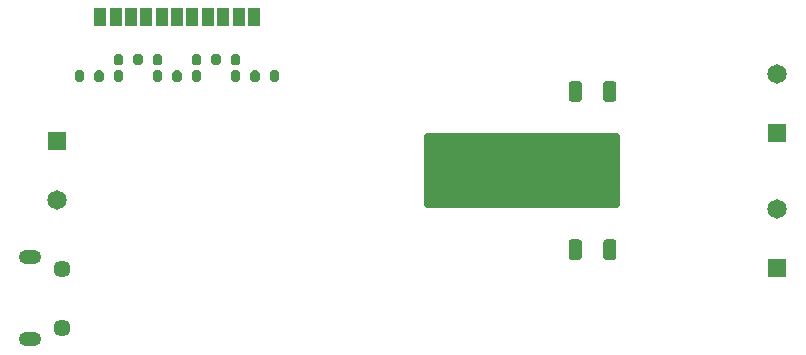
<source format=gbr>
%TF.GenerationSoftware,KiCad,Pcbnew,5.1.9-2.fc34*%
%TF.CreationDate,2021-04-29T15:20:28-07:00*%
%TF.ProjectId,motorbrainz,6d6f746f-7262-4726-9169-6e7a2e6b6963,1.0*%
%TF.SameCoordinates,Original*%
%TF.FileFunction,Soldermask,Bot*%
%TF.FilePolarity,Negative*%
%FSLAX46Y46*%
G04 Gerber Fmt 4.6, Leading zero omitted, Abs format (unit mm)*
G04 Created by KiCad (PCBNEW 5.1.9-2.fc34) date 2021-04-29 15:20:28*
%MOMM*%
%LPD*%
G01*
G04 APERTURE LIST*
%ADD10O,1.900000X1.200000*%
%ADD11C,1.450000*%
%ADD12R,1.000000X1.500000*%
%ADD13R,1.650000X1.650000*%
%ADD14C,1.650000*%
%ADD15C,0.500000*%
%ADD16C,0.100000*%
G04 APERTURE END LIST*
D10*
%TO.C,J2*%
X94266500Y-115895000D03*
X94266500Y-108895000D03*
D11*
X96966500Y-114895000D03*
X96966500Y-109895000D03*
%TD*%
%TO.C,R12*%
G36*
G01*
X98825500Y-93324000D02*
X98825500Y-93874000D01*
G75*
G02*
X98625500Y-94074000I-200000J0D01*
G01*
X98225500Y-94074000D01*
G75*
G02*
X98025500Y-93874000I0J200000D01*
G01*
X98025500Y-93324000D01*
G75*
G02*
X98225500Y-93124000I200000J0D01*
G01*
X98625500Y-93124000D01*
G75*
G02*
X98825500Y-93324000I0J-200000D01*
G01*
G37*
G36*
G01*
X100475500Y-93324000D02*
X100475500Y-93874000D01*
G75*
G02*
X100275500Y-94074000I-200000J0D01*
G01*
X99875500Y-94074000D01*
G75*
G02*
X99675500Y-93874000I0J200000D01*
G01*
X99675500Y-93324000D01*
G75*
G02*
X99875500Y-93124000I200000J0D01*
G01*
X100275500Y-93124000D01*
G75*
G02*
X100475500Y-93324000I0J-200000D01*
G01*
G37*
%TD*%
%TO.C,R3*%
G36*
G01*
X113684500Y-93324000D02*
X113684500Y-93874000D01*
G75*
G02*
X113484500Y-94074000I-200000J0D01*
G01*
X113084500Y-94074000D01*
G75*
G02*
X112884500Y-93874000I0J200000D01*
G01*
X112884500Y-93324000D01*
G75*
G02*
X113084500Y-93124000I200000J0D01*
G01*
X113484500Y-93124000D01*
G75*
G02*
X113684500Y-93324000I0J-200000D01*
G01*
G37*
G36*
G01*
X115334500Y-93324000D02*
X115334500Y-93874000D01*
G75*
G02*
X115134500Y-94074000I-200000J0D01*
G01*
X114734500Y-94074000D01*
G75*
G02*
X114534500Y-93874000I0J200000D01*
G01*
X114534500Y-93324000D01*
G75*
G02*
X114734500Y-93124000I200000J0D01*
G01*
X115134500Y-93124000D01*
G75*
G02*
X115334500Y-93324000I0J-200000D01*
G01*
G37*
%TD*%
%TO.C,R5*%
G36*
G01*
X109581500Y-92477000D02*
X109581500Y-91927000D01*
G75*
G02*
X109781500Y-91727000I200000J0D01*
G01*
X110181500Y-91727000D01*
G75*
G02*
X110381500Y-91927000I0J-200000D01*
G01*
X110381500Y-92477000D01*
G75*
G02*
X110181500Y-92677000I-200000J0D01*
G01*
X109781500Y-92677000D01*
G75*
G02*
X109581500Y-92477000I0J200000D01*
G01*
G37*
G36*
G01*
X107931500Y-92477000D02*
X107931500Y-91927000D01*
G75*
G02*
X108131500Y-91727000I200000J0D01*
G01*
X108531500Y-91727000D01*
G75*
G02*
X108731500Y-91927000I0J-200000D01*
G01*
X108731500Y-92477000D01*
G75*
G02*
X108531500Y-92677000I-200000J0D01*
G01*
X108131500Y-92677000D01*
G75*
G02*
X107931500Y-92477000I0J200000D01*
G01*
G37*
%TD*%
%TO.C,R7*%
G36*
G01*
X107080500Y-93324000D02*
X107080500Y-93874000D01*
G75*
G02*
X106880500Y-94074000I-200000J0D01*
G01*
X106480500Y-94074000D01*
G75*
G02*
X106280500Y-93874000I0J200000D01*
G01*
X106280500Y-93324000D01*
G75*
G02*
X106480500Y-93124000I200000J0D01*
G01*
X106880500Y-93124000D01*
G75*
G02*
X107080500Y-93324000I0J-200000D01*
G01*
G37*
G36*
G01*
X108730500Y-93324000D02*
X108730500Y-93874000D01*
G75*
G02*
X108530500Y-94074000I-200000J0D01*
G01*
X108130500Y-94074000D01*
G75*
G02*
X107930500Y-93874000I0J200000D01*
G01*
X107930500Y-93324000D01*
G75*
G02*
X108130500Y-93124000I200000J0D01*
G01*
X108530500Y-93124000D01*
G75*
G02*
X108730500Y-93324000I0J-200000D01*
G01*
G37*
%TD*%
%TO.C,R9*%
G36*
G01*
X102977500Y-92477000D02*
X102977500Y-91927000D01*
G75*
G02*
X103177500Y-91727000I200000J0D01*
G01*
X103577500Y-91727000D01*
G75*
G02*
X103777500Y-91927000I0J-200000D01*
G01*
X103777500Y-92477000D01*
G75*
G02*
X103577500Y-92677000I-200000J0D01*
G01*
X103177500Y-92677000D01*
G75*
G02*
X102977500Y-92477000I0J200000D01*
G01*
G37*
G36*
G01*
X101327500Y-92477000D02*
X101327500Y-91927000D01*
G75*
G02*
X101527500Y-91727000I200000J0D01*
G01*
X101927500Y-91727000D01*
G75*
G02*
X102127500Y-91927000I0J-200000D01*
G01*
X102127500Y-92477000D01*
G75*
G02*
X101927500Y-92677000I-200000J0D01*
G01*
X101527500Y-92677000D01*
G75*
G02*
X101327500Y-92477000I0J200000D01*
G01*
G37*
%TD*%
D12*
%TO.C,JP1*%
X110587000Y-88582500D03*
X111887000Y-88582500D03*
X113187000Y-88582500D03*
%TD*%
%TO.C,JP2*%
X110583500Y-88582500D03*
X109283500Y-88582500D03*
X107983500Y-88582500D03*
%TD*%
%TO.C,JP3*%
X105380000Y-88582500D03*
X106680000Y-88582500D03*
X107980000Y-88582500D03*
%TD*%
%TO.C,JP4*%
X105376500Y-88582500D03*
X104076500Y-88582500D03*
X102776500Y-88582500D03*
%TD*%
%TO.C,R11*%
G36*
G01*
X100476500Y-93324000D02*
X100476500Y-93874000D01*
G75*
G02*
X100276500Y-94074000I-200000J0D01*
G01*
X99876500Y-94074000D01*
G75*
G02*
X99676500Y-93874000I0J200000D01*
G01*
X99676500Y-93324000D01*
G75*
G02*
X99876500Y-93124000I200000J0D01*
G01*
X100276500Y-93124000D01*
G75*
G02*
X100476500Y-93324000I0J-200000D01*
G01*
G37*
G36*
G01*
X102126500Y-93324000D02*
X102126500Y-93874000D01*
G75*
G02*
X101926500Y-94074000I-200000J0D01*
G01*
X101526500Y-94074000D01*
G75*
G02*
X101326500Y-93874000I0J200000D01*
G01*
X101326500Y-93324000D01*
G75*
G02*
X101526500Y-93124000I200000J0D01*
G01*
X101926500Y-93124000D01*
G75*
G02*
X102126500Y-93324000I0J-200000D01*
G01*
G37*
%TD*%
%TO.C,JP5*%
X100173000Y-88582500D03*
X101473000Y-88582500D03*
X102773000Y-88582500D03*
%TD*%
%TO.C,R10*%
G36*
G01*
X104628500Y-92477000D02*
X104628500Y-91927000D01*
G75*
G02*
X104828500Y-91727000I200000J0D01*
G01*
X105228500Y-91727000D01*
G75*
G02*
X105428500Y-91927000I0J-200000D01*
G01*
X105428500Y-92477000D01*
G75*
G02*
X105228500Y-92677000I-200000J0D01*
G01*
X104828500Y-92677000D01*
G75*
G02*
X104628500Y-92477000I0J200000D01*
G01*
G37*
G36*
G01*
X102978500Y-92477000D02*
X102978500Y-91927000D01*
G75*
G02*
X103178500Y-91727000I200000J0D01*
G01*
X103578500Y-91727000D01*
G75*
G02*
X103778500Y-91927000I0J-200000D01*
G01*
X103778500Y-92477000D01*
G75*
G02*
X103578500Y-92677000I-200000J0D01*
G01*
X103178500Y-92677000D01*
G75*
G02*
X102978500Y-92477000I0J200000D01*
G01*
G37*
%TD*%
%TO.C,R8*%
G36*
G01*
X105429500Y-93324000D02*
X105429500Y-93874000D01*
G75*
G02*
X105229500Y-94074000I-200000J0D01*
G01*
X104829500Y-94074000D01*
G75*
G02*
X104629500Y-93874000I0J200000D01*
G01*
X104629500Y-93324000D01*
G75*
G02*
X104829500Y-93124000I200000J0D01*
G01*
X105229500Y-93124000D01*
G75*
G02*
X105429500Y-93324000I0J-200000D01*
G01*
G37*
G36*
G01*
X107079500Y-93324000D02*
X107079500Y-93874000D01*
G75*
G02*
X106879500Y-94074000I-200000J0D01*
G01*
X106479500Y-94074000D01*
G75*
G02*
X106279500Y-93874000I0J200000D01*
G01*
X106279500Y-93324000D01*
G75*
G02*
X106479500Y-93124000I200000J0D01*
G01*
X106879500Y-93124000D01*
G75*
G02*
X107079500Y-93324000I0J-200000D01*
G01*
G37*
%TD*%
%TO.C,R4*%
G36*
G01*
X112033500Y-93324000D02*
X112033500Y-93874000D01*
G75*
G02*
X111833500Y-94074000I-200000J0D01*
G01*
X111433500Y-94074000D01*
G75*
G02*
X111233500Y-93874000I0J200000D01*
G01*
X111233500Y-93324000D01*
G75*
G02*
X111433500Y-93124000I200000J0D01*
G01*
X111833500Y-93124000D01*
G75*
G02*
X112033500Y-93324000I0J-200000D01*
G01*
G37*
G36*
G01*
X113683500Y-93324000D02*
X113683500Y-93874000D01*
G75*
G02*
X113483500Y-94074000I-200000J0D01*
G01*
X113083500Y-94074000D01*
G75*
G02*
X112883500Y-93874000I0J200000D01*
G01*
X112883500Y-93324000D01*
G75*
G02*
X113083500Y-93124000I200000J0D01*
G01*
X113483500Y-93124000D01*
G75*
G02*
X113683500Y-93324000I0J-200000D01*
G01*
G37*
%TD*%
%TO.C,R6*%
G36*
G01*
X111232500Y-92477000D02*
X111232500Y-91927000D01*
G75*
G02*
X111432500Y-91727000I200000J0D01*
G01*
X111832500Y-91727000D01*
G75*
G02*
X112032500Y-91927000I0J-200000D01*
G01*
X112032500Y-92477000D01*
G75*
G02*
X111832500Y-92677000I-200000J0D01*
G01*
X111432500Y-92677000D01*
G75*
G02*
X111232500Y-92477000I0J200000D01*
G01*
G37*
G36*
G01*
X109582500Y-92477000D02*
X109582500Y-91927000D01*
G75*
G02*
X109782500Y-91727000I200000J0D01*
G01*
X110182500Y-91727000D01*
G75*
G02*
X110382500Y-91927000I0J-200000D01*
G01*
X110382500Y-92477000D01*
G75*
G02*
X110182500Y-92677000I-200000J0D01*
G01*
X109782500Y-92677000D01*
G75*
G02*
X109582500Y-92477000I0J200000D01*
G01*
G37*
%TD*%
%TO.C,R2*%
G36*
G01*
X142759000Y-108924252D02*
X142759000Y-107674248D01*
G75*
G02*
X143008998Y-107424250I249998J0D01*
G01*
X143634002Y-107424250D01*
G75*
G02*
X143884000Y-107674248I0J-249998D01*
G01*
X143884000Y-108924252D01*
G75*
G02*
X143634002Y-109174250I-249998J0D01*
G01*
X143008998Y-109174250D01*
G75*
G02*
X142759000Y-108924252I0J249998D01*
G01*
G37*
G36*
G01*
X139834000Y-108924252D02*
X139834000Y-107674248D01*
G75*
G02*
X140083998Y-107424250I249998J0D01*
G01*
X140709002Y-107424250D01*
G75*
G02*
X140959000Y-107674248I0J-249998D01*
G01*
X140959000Y-108924252D01*
G75*
G02*
X140709002Y-109174250I-249998J0D01*
G01*
X140083998Y-109174250D01*
G75*
G02*
X139834000Y-108924252I0J249998D01*
G01*
G37*
%TD*%
%TO.C,R1*%
G36*
G01*
X142759000Y-95525752D02*
X142759000Y-94275748D01*
G75*
G02*
X143008998Y-94025750I249998J0D01*
G01*
X143634002Y-94025750D01*
G75*
G02*
X143884000Y-94275748I0J-249998D01*
G01*
X143884000Y-95525752D01*
G75*
G02*
X143634002Y-95775750I-249998J0D01*
G01*
X143008998Y-95775750D01*
G75*
G02*
X142759000Y-95525752I0J249998D01*
G01*
G37*
G36*
G01*
X139834000Y-95525752D02*
X139834000Y-94275748D01*
G75*
G02*
X140083998Y-94025750I249998J0D01*
G01*
X140709002Y-94025750D01*
G75*
G02*
X140959000Y-94275748I0J-249998D01*
G01*
X140959000Y-95525752D01*
G75*
G02*
X140709002Y-95775750I-249998J0D01*
G01*
X140083998Y-95775750D01*
G75*
G02*
X139834000Y-95525752I0J249998D01*
G01*
G37*
%TD*%
D13*
%TO.C,J3*%
X96520000Y-99100000D03*
D14*
X96520000Y-104100000D03*
%TD*%
%TO.C,J5*%
X157480000Y-104815000D03*
D13*
X157480000Y-109815000D03*
%TD*%
%TO.C,J4*%
X157480000Y-98385000D03*
D14*
X157480000Y-93385000D03*
%TD*%
D15*
X143895000Y-104525000D02*
X127885000Y-104525000D01*
X127885000Y-98675000D01*
X143895000Y-98675000D01*
X143895000Y-104525000D01*
D16*
G36*
X143895000Y-104525000D02*
G01*
X127885000Y-104525000D01*
X127885000Y-98675000D01*
X143895000Y-98675000D01*
X143895000Y-104525000D01*
G37*
M02*

</source>
